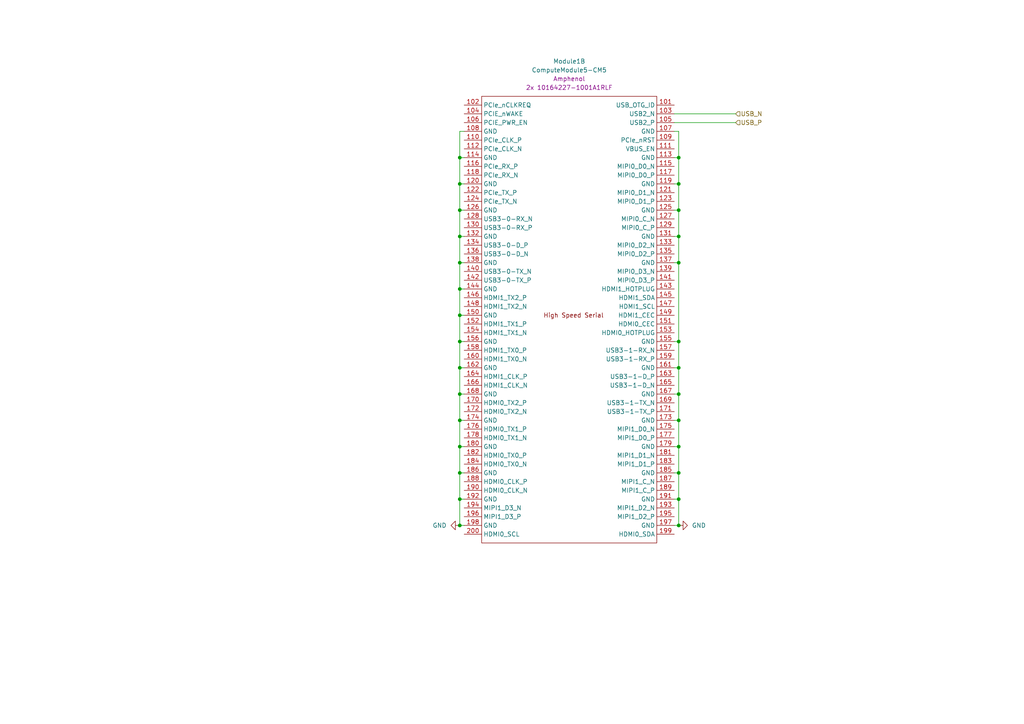
<source format=kicad_sch>
(kicad_sch (version 20250114) (generator "eeschema") (generator_version "9.0")
  (paper "A4")
  (lib_symbols
    (symbol "CM5:ComputeModule5-CM5"
      (property "Reference" "Module" (at 113.03 -68.58 0))
      (property "Value" "ComputeModule5-CM5" (at 140.97 2.54 0))
      (property "Field4" "Amphenol" (at 0 0 0))
      (property "Field5" "2x 10164227-1001A1RLF" (at 0 -2.54 0))
      (symbol "ComputeModule5-CM5_1_0"
        (text "GPIO" (at 0 6.35 0) (effects (font (size 1.27 1.27))))
      )
      (symbol "ComputeModule5-CM5_1_1"
        (rectangle (start -30.48 -71.12) (end 25.4 58.42))
        (text "600mA Max" (at -8.89 -48.26 0) (effects (font (size 1.27 1.27))))
        (text "600mA Max" (at -8.89 -53.34 0) (effects (font (size 1.27 1.27))))
        (text "NB SD signals are only available" (at -1.27 -27.94 0) (effects (font (size 1.27 1.27))))
        (text "on modules without eMMC" (at -1.27 -30.48 0) (effects (font (size 1.27 1.27))))
        (pin power_in line (at -33.02 55.88 0) (length 2.54) (name "GND") (number "2"))
        (pin passive line (at -33.02 53.34 0) (length 2.54) (name "Ethernet_Pair1_P") (number "4"))
        (pin passive line (at -33.02 50.8 0) (length 2.54) (name "Ethernet_Pair1_N") (number "6"))
        (pin power_in line (at -33.02 48.26 0) (length 2.54) (name "GND") (number "8"))
        (pin passive line (at -33.02 45.72 0) (length 2.54) (name "Ethernet_Pair0_N") (number "10"))
        (pin passive line (at -33.02 43.18 0) (length 2.54) (name "Ethernet_Pair0_P") (number "12"))
        (pin power_in line (at -33.02 40.64 0) (length 2.54) (name "GND") (number "14"))
        (pin input line (at -33.02 38.1 0) (length 2.54) (name "FAN_TACHO") (number "16"))
        (pin input line (at -33.02 35.56 0) (length 2.54) (name "Ethernet_SYNC_OUT(3.3v)") (number "18"))
        (pin passive line (at -33.02 33.02 0) (length 2.54) (name "EEPROM_nWP") (number "20"))
        (pin power_in line (at -33.02 30.48 0) (length 2.54) (name "GND") (number "22"))
        (pin passive line (at -33.02 27.94 0) (length 2.54) (name "GPIO26") (number "24"))
        (pin passive line (at -33.02 25.4 0) (length 2.54) (name "GPIO19") (number "26"))
        (pin passive line (at -33.02 22.86 0) (length 2.54) (name "GPIO13") (number "28"))
        (pin passive line (at -33.02 20.32 0) (length 2.54) (name "GPIO6") (number "30"))
        (pin power_in line (at -33.02 17.78 0) (length 2.54) (name "GND") (number "32"))
        (pin passive line (at -33.02 15.24 0) (length 2.54) (name "GPIO5") (number "34"))
        (pin passive line (at -33.02 12.7 0) (length 2.54) (name "ID_SD") (number "36"))
        (pin passive line (at -33.02 10.16 0) (length 2.54) (name "GPIO11") (number "38"))
        (pin passive line (at -33.02 7.62 0) (length 2.54) (name "GPIO9") (number "40"))
        (pin power_in line (at -33.02 5.08 0) (length 2.54) (name "GND") (number "42"))
        (pin passive line (at -33.02 2.54 0) (length 2.54) (name "GPIO10") (number "44"))
        (pin passive line (at -33.02 0 0) (length 2.54) (name "GPIO22") (number "46"))
        (pin passive line (at -33.02 -2.54 0) (length 2.54) (name "GPIO27") (number "48"))
        (pin passive line (at -33.02 -5.08 0) (length 2.54) (name "GPIO17") (number "50"))
        (pin power_in line (at -33.02 -7.62 0) (length 2.54) (name "GND") (number "52"))
        (pin passive line (at -33.02 -10.16 0) (length 2.54) (name "GPIO4") (number "54"))
        (pin passive line (at -33.02 -12.7 0) (length 2.54) (name "GPIO3") (number "56"))
        (pin passive line (at -33.02 -15.24 0) (length 2.54) (name "GPIO2") (number "58"))
        (pin power_in line (at -33.02 -17.78 0) (length 2.54) (name "GND") (number "60"))
        (pin passive line (at -33.02 -20.32 0) (length 2.54) (name "SD_CMD") (number "62"))
        (pin passive line (at -33.02 -22.86 0) (length 2.54) (name "SD_DAT5") (number "64"))
        (pin power_in line (at -33.02 -25.4 0) (length 2.54) (name "GND") (number "66"))
        (pin passive line (at -33.02 -27.94 0) (length 2.54) (name "SD_DAT4") (number "68"))
        (pin passive line (at -33.02 -30.48 0) (length 2.54) (name "SD_DAT7") (number "70"))
        (pin passive line (at -33.02 -33.02 0) (length 2.54) (name "SD_DAT6") (number "72"))
        (pin power_in line (at -33.02 -35.56 0) (length 2.54) (name "GND") (number "74"))
        (pin passive line (at -33.02 -38.1 0) (length 2.54) (name "VBAT") (number "76"))
        (pin power_in line (at -33.02 -40.64 0) (length 2.54) (name "GPIO_VREF(1.8v/3.3v_Input)") (number "78"))
        (pin passive line (at -33.02 -43.18 0) (length 2.54) (name "SCL0") (number "80"))
        (pin passive line (at -33.02 -45.72 0) (length 2.54) (name "SDA0") (number "82"))
        (pin power_out line (at -33.02 -48.26 0) (length 2.54) (name "+3.3v_(Output)") (number "84"))
        (pin passive line (at -33.02 -50.8 0) (length 2.54) (name "+3.3v_(Output)") (number "86"))
        (pin power_out line (at -33.02 -53.34 0) (length 2.54) (name "+1.8v_(Output)") (number "88"))
        (pin passive line (at -33.02 -55.88 0) (length 2.54) (name "+1.8v_(Output)") (number "90"))
        (pin passive line (at -33.02 -58.42 0) (length 2.54) (name "PWR_BUT") (number "92"))
        (pin passive line (at -33.02 -60.96 0) (length 2.54) (name "CC1") (number "94"))
        (pin passive line (at -33.02 -63.5 0) (length 2.54) (name "CC2") (number "96"))
        (pin power_in line (at -33.02 -66.04 0) (length 2.54) (name "GND") (number "98"))
        (pin passive line (at -33.02 -68.58 0) (length 2.54) (name "CAM_GPIO1") (number "100"))
        (pin power_in line (at 27.94 55.88 180) (length 2.54) (name "GND") (number "1"))
        (pin passive line (at 27.94 53.34 180) (length 2.54) (name "Ethernet_Pair3_P") (number "3"))
        (pin passive line (at 27.94 50.8 180) (length 2.54) (name "Ethernet_Pair3_N") (number "5"))
        (pin power_in line (at 27.94 48.26 180) (length 2.54) (name "GND") (number "7"))
        (pin passive line (at 27.94 45.72 180) (length 2.54) (name "Ethernet_Pair2_N") (number "9"))
        (pin passive line (at 27.94 43.18 180) (length 2.54) (name "Ethernet_Pair2_P") (number "11"))
        (pin power_in line (at 27.94 40.64 180) (length 2.54) (name "GND") (number "13"))
        (pin output line (at 27.94 38.1 180) (length 2.54) (name "Ethernet_nLED3(3.3v)") (number "15"))
        (pin output line (at 27.94 35.56 180) (length 2.54) (name "Ethernet_nLED2(3.3v)") (number "17"))
        (pin output line (at 27.94 33.02 180) (length 2.54) (name "FAN_PWM") (number "19"))
        (pin open_collector line (at 27.94 30.48 180) (length 2.54) (name "LED_nACT") (number "21"))
        (pin power_in line (at 27.94 27.94 180) (length 2.54) (name "GND") (number "23"))
        (pin passive line (at 27.94 25.4 180) (length 2.54) (name "GPIO21") (number "25"))
        (pin passive line (at 27.94 22.86 180) (length 2.54) (name "GPIO20") (number "27"))
        (pin passive line (at 27.94 20.32 180) (length 2.54) (name "GPIO16") (number "29"))
        (pin passive line (at 27.94 17.78 180) (length 2.54) (name "GPIO12") (number "31"))
        (pin power_in line (at 27.94 15.24 180) (length 2.54) (name "GND") (number "33"))
        (pin passive line (at 27.94 12.7 180) (length 2.54) (name "ID_SC") (number "35"))
        (pin passive line (at 27.94 10.16 180) (length 2.54) (name "GPIO7") (number "37"))
        (pin passive line (at 27.94 7.62 180) (length 2.54) (name "GPIO8") (number "39"))
        (pin passive line (at 27.94 5.08 180) (length 2.54) (name "GPIO25") (number "41"))
        (pin power_in line (at 27.94 2.54 180) (length 2.54) (name "GND") (number "43"))
        (pin passive line (at 27.94 0 180) (length 2.54) (name "GPIO24") (number "45"))
        (pin passive line (at 27.94 -2.54 180) (length 2.54) (name "GPIO23") (number "47"))
        (pin passive line (at 27.94 -5.08 180) (length 2.54) (name "GPIO18") (number "49"))
        (pin passive line (at 27.94 -7.62 180) (length 2.54) (name "GPIO15") (number "51"))
        (pin power_in line (at 27.94 -10.16 180) (length 2.54) (name "GND") (number "53"))
        (pin passive line (at 27.94 -12.7 180) (length 2.54) (name "GPIO14") (number "55"))
        (pin passive line (at 27.94 -15.24 180) (length 2.54) (name "SD_CLK") (number "57"))
        (pin power_in line (at 27.94 -17.78 180) (length 2.54) (name "GND") (number "59"))
        (pin passive line (at 27.94 -20.32 180) (length 2.54) (name "SD_DAT3") (number "61"))
        (pin passive line (at 27.94 -22.86 180) (length 2.54) (name "SD_DAT0") (number "63"))
        (pin power_in line (at 27.94 -25.4 180) (length 2.54) (name "GND") (number "65"))
        (pin passive line (at 27.94 -27.94 180) (length 2.54) (name "SD_DAT1") (number "67"))
        (pin passive line (at 27.94 -30.48 180) (length 2.54) (name "SD_DAT2") (number "69"))
        (pin power_in line (at 27.94 -33.02 180) (length 2.54) (name "GND") (number "71"))
        (pin input line (at 27.94 -35.56 180) (length 2.54) (name "SD_VDD_Override") (number "73"))
        (pin output line (at 27.94 -38.1 180) (length 2.54) (name "SD_PWR_ON") (number "75"))
        (pin power_in line (at 27.94 -40.64 180) (length 2.54) (name "+5v_(Input)") (number "77"))
        (pin power_in line (at 27.94 -43.18 180) (length 2.54) (name "+5v_(Input)") (number "79"))
        (pin power_in line (at 27.94 -45.72 180) (length 2.54) (name "+5v_(Input)") (number "81"))
        (pin power_in line (at 27.94 -48.26 180) (length 2.54) (name "+5v_(Input)") (number "83"))
        (pin power_in line (at 27.94 -50.8 180) (length 2.54) (name "+5v_(Input)") (number "85"))
        (pin power_in line (at 27.94 -53.34 180) (length 2.54) (name "+5v_(Input)") (number "87"))
        (pin input line (at 27.94 -55.88 180) (length 2.54) (name "WiFi_nDisable") (number "89"))
        (pin input line (at 27.94 -58.42 180) (length 2.54) (name "BT_nDisable") (number "91"))
        (pin input line (at 27.94 -60.96 180) (length 2.54) (name "nRPIBOOT") (number "93"))
        (pin output line (at 27.94 -63.5 180) (length 2.54) (name "LED_nPWR") (number "95"))
        (pin passive line (at 27.94 -66.04 180) (length 2.54) (name "CAM_GPIO0") (number "97"))
        (pin input line (at 27.94 -68.58 180) (length 2.54) (name "PMIC_ENABLE") (number "99"))
      )
      (symbol "ComputeModule5-CM5_2_1"
        (rectangle (start 114.3 -66.04) (end 165.1 63.5))
        (text "High Speed Serial" (at 140.97 0 0) (effects (font (size 1.27 1.27))))
        (pin input line (at 109.22 60.96 0) (length 5.08) (name "PCIe_nCLKREQ") (number "102"))
        (pin input line (at 109.22 58.42 0) (length 5.08) (name "PCIE_nWAKE") (number "104"))
        (pin output line (at 109.22 55.88 0) (length 5.08) (name "PCIE_PWR_EN") (number "106"))
        (pin power_in line (at 109.22 53.34 0) (length 5.08) (name "GND") (number "108"))
        (pin output line (at 109.22 50.8 0) (length 5.08) (name "PCIe_CLK_P") (number "110"))
        (pin output line (at 109.22 48.26 0) (length 5.08) (name "PCIe_CLK_N") (number "112"))
        (pin power_in line (at 109.22 45.72 0) (length 5.08) (name "GND") (number "114"))
        (pin input line (at 109.22 43.18 0) (length 5.08) (name "PCIe_RX_P") (number "116"))
        (pin input line (at 109.22 40.64 0) (length 5.08) (name "PCIe_RX_N") (number "118"))
        (pin power_in line (at 109.22 38.1 0) (length 5.08) (name "GND") (number "120"))
        (pin output line (at 109.22 35.56 0) (length 5.08) (name "PCIe_TX_P") (number "122"))
        (pin output line (at 109.22 33.02 0) (length 5.08) (name "PCIe_TX_N") (number "124"))
        (pin power_in line (at 109.22 30.48 0) (length 5.08) (name "GND") (number "126"))
        (pin input line (at 109.22 27.94 0) (length 5.08) (name "USB3-0-RX_N") (number "128"))
        (pin input line (at 109.22 25.4 0) (length 5.08) (name "USB3-0-RX_P") (number "130"))
        (pin power_in line (at 109.22 22.86 0) (length 5.08) (name "GND") (number "132"))
        (pin passive line (at 109.22 20.32 0) (length 5.08) (name "USB3-0-D_P") (number "134"))
        (pin passive line (at 109.22 17.78 0) (length 5.08) (name "USB3-0-D_N") (number "136"))
        (pin power_in line (at 109.22 15.24 0) (length 5.08) (name "GND") (number "138"))
        (pin output line (at 109.22 12.7 0) (length 5.08) (name "USB3-0-TX_N") (number "140"))
        (pin output line (at 109.22 10.16 0) (length 5.08) (name "USB3-0-TX_P") (number "142"))
        (pin power_in line (at 109.22 7.62 0) (length 5.08) (name "GND") (number "144"))
        (pin output line (at 109.22 5.08 0) (length 5.08) (name "HDMI1_TX2_P") (number "146"))
        (pin output line (at 109.22 2.54 0) (length 5.08) (name "HDMI1_TX2_N") (number "148"))
        (pin power_in line (at 109.22 0 0) (length 5.08) (name "GND") (number "150"))
        (pin output line (at 109.22 -2.54 0) (length 5.08) (name "HDMI1_TX1_P") (number "152"))
        (pin output line (at 109.22 -5.08 0) (length 5.08) (name "HDMI1_TX1_N") (number "154"))
        (pin power_in line (at 109.22 -7.62 0) (length 5.08) (name "GND") (number "156"))
        (pin output line (at 109.22 -10.16 0) (length 5.08) (name "HDMI1_TX0_P") (number "158"))
        (pin output line (at 109.22 -12.7 0) (length 5.08) (name "HDMI1_TX0_N") (number "160"))
        (pin power_in line (at 109.22 -15.24 0) (length 5.08) (name "GND") (number "162"))
        (pin output line (at 109.22 -17.78 0) (length 5.08) (name "HDMI1_CLK_P") (number "164"))
        (pin output line (at 109.22 -20.32 0) (length 5.08) (name "HDMI1_CLK_N") (number "166"))
        (pin power_in line (at 109.22 -22.86 0) (length 5.08) (name "GND") (number "168"))
        (pin output line (at 109.22 -25.4 0) (length 5.08) (name "HDMI0_TX2_P") (number "170"))
        (pin output line (at 109.22 -27.94 0) (length 5.08) (name "HDMI0_TX2_N") (number "172"))
        (pin power_in line (at 109.22 -30.48 0) (length 5.08) (name "GND") (number "174"))
        (pin output line (at 109.22 -33.02 0) (length 5.08) (name "HDMI0_TX1_P") (number "176"))
        (pin output line (at 109.22 -35.56 0) (length 5.08) (name "HDMI0_TX1_N") (number "178"))
        (pin power_in line (at 109.22 -38.1 0) (length 5.08) (name "GND") (number "180"))
        (pin output line (at 109.22 -40.64 0) (length 5.08) (name "HDMI0_TX0_P") (number "182"))
        (pin output line (at 109.22 -43.18 0) (length 5.08) (name "HDMI0_TX0_N") (number "184"))
        (pin power_in line (at 109.22 -45.72 0) (length 5.08) (name "GND") (number "186"))
        (pin output line (at 109.22 -48.26 0) (length 5.08) (name "HDMI0_CLK_P") (number "188"))
        (pin output line (at 109.22 -50.8 0) (length 5.08) (name "HDMI0_CLK_N") (number "190"))
        (pin power_in line (at 109.22 -53.34 0) (length 5.08) (name "GND") (number "192"))
        (pin output line (at 109.22 -55.88 0) (length 5.08) (name "MIPI1_D3_N") (number "194"))
        (pin output line (at 109.22 -58.42 0) (length 5.08) (name "MIPI1_D3_P") (number "196"))
        (pin power_in line (at 109.22 -60.96 0) (length 5.08) (name "GND") (number "198"))
        (pin open_collector line (at 109.22 -63.5 0) (length 5.08) (name "HDMI0_SCL") (number "200"))
        (pin input line (at 170.18 60.96 180) (length 5.08) (name "USB_OTG_ID") (number "101"))
        (pin passive line (at 170.18 58.42 180) (length 5.08) (name "USB2_N") (number "103"))
        (pin passive line (at 170.18 55.88 180) (length 5.08) (name "USB2_P") (number "105"))
        (pin power_in line (at 170.18 53.34 180) (length 5.08) (name "GND") (number "107"))
        (pin output line (at 170.18 50.8 180) (length 5.08) (name "PCIe_nRST") (number "109"))
        (pin output line (at 170.18 48.26 180) (length 5.08) (name "VBUS_EN") (number "111"))
        (pin power_in line (at 170.18 45.72 180) (length 5.08) (name "GND") (number "113"))
        (pin input line (at 170.18 43.18 180) (length 5.08) (name "MIPI0_D0_N") (number "115"))
        (pin input line (at 170.18 40.64 180) (length 5.08) (name "MIPI0_D0_P") (number "117"))
        (pin power_in line (at 170.18 38.1 180) (length 5.08) (name "GND") (number "119"))
        (pin input line (at 170.18 35.56 180) (length 5.08) (name "MIPI0_D1_N") (number "121"))
        (pin input line (at 170.18 33.02 180) (length 5.08) (name "MIPI0_D1_P") (number "123"))
        (pin power_in line (at 170.18 30.48 180) (length 5.08) (name "GND") (number "125"))
        (pin input line (at 170.18 27.94 180) (length 5.08) (name "MIPI0_C_N") (number "127"))
        (pin input line (at 170.18 25.4 180) (length 5.08) (name "MIPI0_C_P") (number "129"))
        (pin power_in line (at 170.18 22.86 180) (length 5.08) (name "GND") (number "131"))
        (pin input line (at 170.18 20.32 180) (length 5.08) (name "MIPI0_D2_N") (number "133"))
        (pin input line (at 170.18 17.78 180) (length 5.08) (name "MIPI0_D2_P") (number "135"))
        (pin power_in line (at 170.18 15.24 180) (length 5.08) (name "GND") (number "137"))
        (pin input line (at 170.18 12.7 180) (length 5.08) (name "MIPI0_D3_N") (number "139"))
        (pin input line (at 170.18 10.16 180) (length 5.08) (name "MIPI0_D3_P") (number "141"))
        (pin input line (at 170.18 7.62 180) (length 5.08) (name "HDMI1_HOTPLUG") (number "143"))
        (pin bidirectional line (at 170.18 5.08 180) (length 5.08) (name "HDMI1_SDA") (number "145"))
        (pin open_collector line (at 170.18 2.54 180) (length 5.08) (name "HDMI1_SCL") (number "147"))
        (pin open_collector line (at 170.18 0 180) (length 5.08) (name "HDMI1_CEC") (number "149"))
        (pin open_collector line (at 170.18 -2.54 180) (length 5.08) (name "HDMI0_CEC") (number "151"))
        (pin input line (at 170.18 -5.08 180) (length 5.08) (name "HDMI0_HOTPLUG") (number "153"))
        (pin power_in line (at 170.18 -7.62 180) (length 5.08) (name "GND") (number "155"))
        (pin input line (at 170.18 -10.16 180) (length 5.08) (name "USB3-1-RX_N") (number "157"))
        (pin input line (at 170.18 -12.7 180) (length 5.08) (name "USB3-1-RX_P") (number "159"))
        (pin power_in line (at 170.18 -15.24 180) (length 5.08) (name "GND") (number "161"))
        (pin passive line (at 170.18 -17.78 180) (length 5.08) (name "USB3-1-D_P") (number "163"))
        (pin passive line (at 170.18 -20.32 180) (length 5.08) (name "USB3-1-D_N") (number "165"))
        (pin power_in line (at 170.18 -22.86 180) (length 5.08) (name "GND") (number "167"))
        (pin output line (at 170.18 -25.4 180) (length 5.08) (name "USB3-1-TX_N") (number "169"))
        (pin output line (at 170.18 -27.94 180) (length 5.08) (name "USB3-1-TX_P") (number "171"))
        (pin power_in line (at 170.18 -30.48 180) (length 5.08) (name "GND") (number "173"))
        (pin output line (at 170.18 -33.02 180) (length 5.08) (name "MIPI1_D0_N") (number "175"))
        (pin output line (at 170.18 -35.56 180) (length 5.08) (name "MIPI1_D0_P") (number "177"))
        (pin power_in line (at 170.18 -38.1 180) (length 5.08) (name "GND") (number "179"))
        (pin output line (at 170.18 -40.64 180) (length 5.08) (name "MIPI1_D1_N") (number "181"))
        (pin output line (at 170.18 -43.18 180) (length 5.08) (name "MIPI1_D1_P") (number "183"))
        (pin power_in line (at 170.18 -45.72 180) (length 5.08) (name "GND") (number "185"))
        (pin output line (at 170.18 -48.26 180) (length 5.08) (name "MIPI1_C_N") (number "187"))
        (pin output line (at 170.18 -50.8 180) (length 5.08) (name "MIPI1_C_P") (number "189"))
        (pin power_in line (at 170.18 -53.34 180) (length 5.08) (name "GND") (number "191"))
        (pin output line (at 170.18 -55.88 180) (length 5.08) (name "MIPI1_D2_N") (number "193"))
        (pin output line (at 170.18 -58.42 180) (length 5.08) (name "MIPI1_D2_P") (number "195"))
        (pin power_in line (at 170.18 -60.96 180) (length 5.08) (name "GND") (number "197"))
        (pin bidirectional line (at 170.18 -63.5 180) (length 5.08) (name "HDMI0_SDA") (number "199"))
      )
    )
    (symbol "power:GND" (power) (pin_numbers (hide yes)) (pin_names (offset 0) (hide yes))
      (property "Value" "GND" (at 0 -3.81 0))
      (symbol "GND_0_1"
        (polyline (pts (xy 0 0) (xy 0 -1.27) (xy 1.27 -1.27) (xy 0 -2.54) (xy -1.27 -1.27) (xy 0 -1.27)))
      )
      (symbol "GND_1_1"
        (pin power_in line (at 0 0 270) (length 0) (name "~") (number "1"))
      )
    )
  )
  (junction (at 196.85 53.34))
  (junction (at 133.35 152.4))
  (junction (at 133.35 76.2))
  (junction (at 133.35 121.92))
  (junction (at 196.85 152.4))
  (junction (at 133.35 114.3))
  (junction (at 133.35 53.34))
  (junction (at 133.35 99.06))
  (junction (at 196.85 114.3))
  (junction (at 133.35 137.16))
  (junction (at 133.35 60.96))
  (junction (at 133.35 129.54))
  (junction (at 196.85 121.92))
  (junction (at 196.85 68.58))
  (junction (at 196.85 60.96))
  (junction (at 133.35 45.72))
  (junction (at 196.85 76.2))
  (junction (at 196.85 45.72))
  (junction (at 196.85 106.68))
  (junction (at 133.35 106.68))
  (junction (at 133.35 83.82))
  (junction (at 133.35 144.78))
  (junction (at 133.35 68.58))
  (junction (at 196.85 99.06))
  (junction (at 133.35 91.44))
  (junction (at 196.85 144.78))
  (junction (at 196.85 137.16))
  (junction (at 196.85 129.54))
  (wire (pts (xy 133.35 38.1) (xy 134.62 38.1)))
  (wire (pts (xy 195.58 99.06) (xy 196.85 99.06)))
  (wire (pts (xy 133.35 137.16) (xy 133.35 129.54)))
  (wire (pts (xy 195.58 53.34) (xy 196.85 53.34)))
  (wire (pts (xy 195.58 68.58) (xy 196.85 68.58)))
  (wire (pts (xy 133.35 129.54) (xy 133.35 121.92)))
  (wire (pts (xy 195.58 152.4) (xy 196.85 152.4)))
  (wire (pts (xy 195.58 144.78) (xy 196.85 144.78)))
  (wire (pts (xy 196.85 152.4) (xy 196.85 144.78)))
  (wire (pts (xy 133.35 106.68) (xy 133.35 99.06)))
  (wire (pts (xy 196.85 38.1) (xy 195.58 38.1)))
  (wire (pts (xy 133.35 45.72) (xy 134.62 45.72)))
  (wire (pts (xy 196.85 60.96) (xy 196.85 53.34)))
  (wire (pts (xy 133.35 99.06) (xy 134.62 99.06)))
  (wire (pts (xy 196.85 144.78) (xy 196.85 137.16)))
  (wire (pts (xy 195.58 114.3) (xy 196.85 114.3)))
  (wire (pts (xy 195.58 106.68) (xy 196.85 106.68)))
  (wire (pts (xy 133.35 144.78) (xy 133.35 137.16)))
  (wire (pts (xy 195.58 35.56) (xy 213.36 35.56)))
  (wire (pts (xy 196.85 114.3) (xy 196.85 106.68)))
  (wire (pts (xy 133.35 144.78) (xy 134.62 144.78)))
  (wire (pts (xy 196.85 76.2) (xy 196.85 68.58)))
  (wire (pts (xy 133.35 152.4) (xy 133.35 144.78)))
  (wire (pts (xy 196.85 106.68) (xy 196.85 99.06)))
  (wire (pts (xy 133.35 99.06) (xy 133.35 91.44)))
  (wire (pts (xy 133.35 60.96) (xy 134.62 60.96)))
  (wire (pts (xy 133.35 76.2) (xy 134.62 76.2)))
  (wire (pts (xy 133.35 83.82) (xy 133.35 76.2)))
  (wire (pts (xy 133.35 106.68) (xy 134.62 106.68)))
  (wire (pts (xy 133.35 76.2) (xy 133.35 68.58)))
  (wire (pts (xy 196.85 99.06) (xy 196.85 76.2)))
  (wire (pts (xy 196.85 45.72) (xy 196.85 38.1)))
  (wire (pts (xy 196.85 68.58) (xy 196.85 60.96)))
  (wire (pts (xy 196.85 121.92) (xy 196.85 114.3)))
  (wire (pts (xy 133.35 68.58) (xy 134.62 68.58)))
  (wire (pts (xy 195.58 60.96) (xy 196.85 60.96)))
  (wire (pts (xy 133.35 91.44) (xy 133.35 83.82)))
  (wire (pts (xy 133.35 53.34) (xy 134.62 53.34)))
  (wire (pts (xy 133.35 121.92) (xy 133.35 114.3)))
  (wire (pts (xy 133.35 68.58) (xy 133.35 60.96)))
  (wire (pts (xy 196.85 137.16) (xy 196.85 129.54)))
  (wire (pts (xy 133.35 121.92) (xy 134.62 121.92)))
  (wire (pts (xy 133.35 91.44) (xy 134.62 91.44)))
  (wire (pts (xy 133.35 114.3) (xy 133.35 106.68)))
  (wire (pts (xy 196.85 129.54) (xy 196.85 121.92)))
  (wire (pts (xy 195.58 121.92) (xy 196.85 121.92)))
  (wire (pts (xy 133.35 83.82) (xy 134.62 83.82)))
  (wire (pts (xy 195.58 129.54) (xy 196.85 129.54)))
  (wire (pts (xy 195.58 76.2) (xy 196.85 76.2)))
  (wire (pts (xy 133.35 53.34) (xy 133.35 45.72)))
  (wire (pts (xy 196.85 53.34) (xy 196.85 45.72)))
  (wire (pts (xy 133.35 137.16) (xy 134.62 137.16)))
  (wire (pts (xy 133.35 114.3) (xy 134.62 114.3)))
  (wire (pts (xy 133.35 45.72) (xy 133.35 38.1)))
  (wire (pts (xy 133.35 60.96) (xy 133.35 53.34)))
  (wire (pts (xy 195.58 33.02) (xy 213.36 33.02)))
  (wire (pts (xy 195.58 45.72) (xy 196.85 45.72)))
  (wire (pts (xy 134.62 152.4) (xy 133.35 152.4)))
  (wire (pts (xy 133.35 129.54) (xy 134.62 129.54)))
  (wire (pts (xy 195.58 137.16) (xy 196.85 137.16)))
  (hierarchical_label "USB_N" (shape input) (at 213.36 33.02 0))
  (hierarchical_label "USB_P" (shape input) (at 213.36 35.56 0))
  (symbol (lib_id "power:GND") (at 196.85 152.4 90) (unit 1)
    (property "Reference" "#PWR01" (effects (hide yes)))
    (property "Value" "GND" (at 200.66 152.3999 90) (effects (justify right)))
    (property "Description" "Power symbol creates a global label with name \"GND\" , ground" (effects (hide yes)))
  )
  (symbol (lib_id "CM5:ComputeModule5-CM5") (at 25.4 91.44 0) (unit 2)
    (property "Reference" "Module1" (at 165.1 17.78 0))
    (property "Value" "ComputeModule5-CM5" (at 165.1 20.32 0))
    (property "Footprint" "CM5:Raspberry-Pi-5-Compute-Module" (effects (hide yes)))
    (property "Description" "RaspberryPi Compute module 5" (effects (hide yes)))
    (property "Field4" "Amphenol" (at 165.1 22.86 0))
    (property "Field5" "2x 10164227-1001A1RLF" (at 165.1 25.4 0))
  )
  (symbol (lib_id "power:GND") (at 133.35 152.4 270) (unit 1)
    (property "Reference" "#PWR02" (effects (hide yes)))
    (property "Value" "GND" (at 129.54 152.3999 90) (effects (justify right)))
    (property "Description" "Power symbol creates a global label with name \"GND\" , ground" (effects (hide yes)))
  )
)
</source>
